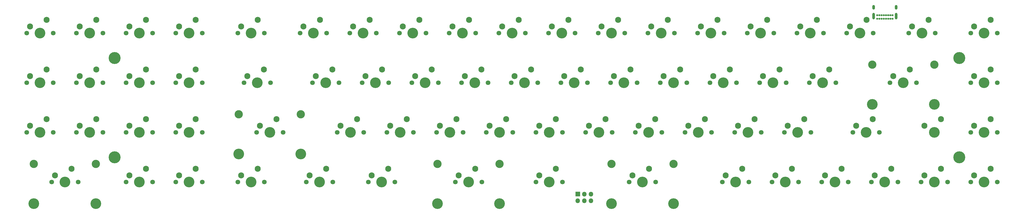
<source format=gbr>
G04 #@! TF.GenerationSoftware,KiCad,Pcbnew,(5.1.12)-1*
G04 #@! TF.CreationDate,2021-12-22T13:58:05-08:00*
G04 #@! TF.ProjectId,logboi,6c6f6762-6f69-42e6-9b69-6361645f7063,rev?*
G04 #@! TF.SameCoordinates,Original*
G04 #@! TF.FileFunction,Soldermask,Top*
G04 #@! TF.FilePolarity,Negative*
%FSLAX46Y46*%
G04 Gerber Fmt 4.6, Leading zero omitted, Abs format (unit mm)*
G04 Created by KiCad (PCBNEW (5.1.12)-1) date 2021-12-22 13:58:05*
%MOMM*%
%LPD*%
G01*
G04 APERTURE LIST*
%ADD10C,1.802000*%
%ADD11C,4.102000*%
%ADD12C,2.302000*%
%ADD13C,3.152000*%
%ADD14C,4.602000*%
%ADD15C,0.752000*%
%ADD16O,1.002000X2.502000*%
%ADD17O,1.002000X1.802000*%
%ADD18O,1.802000X1.802000*%
%ADD19C,0.100000*%
G04 APERTURE END LIST*
D10*
X111326250Y-86995000D03*
X101166250Y-86995000D03*
D11*
X106246250Y-86995000D03*
D12*
X102436250Y-84455000D03*
X108786250Y-81915000D03*
D13*
X125290000Y-60945000D03*
X101490000Y-60945000D03*
D11*
X101490000Y-76185000D03*
X125290000Y-76185000D03*
D10*
X118470000Y-67945000D03*
X108310000Y-67945000D03*
D11*
X113390000Y-67945000D03*
D12*
X109580000Y-65405000D03*
X115930000Y-62865000D03*
D10*
X113707500Y-48895000D03*
X103547500Y-48895000D03*
D11*
X108627500Y-48895000D03*
D12*
X104817500Y-46355000D03*
X111167500Y-43815000D03*
D10*
X111326250Y-29845000D03*
X101166250Y-29845000D03*
D11*
X106246250Y-29845000D03*
D12*
X102436250Y-27305000D03*
X108786250Y-24765000D03*
D11*
X368183750Y-67945000D03*
D12*
X364373750Y-65405000D03*
X370723750Y-62865000D03*
D10*
X347070000Y-67945000D03*
X336910000Y-67945000D03*
D11*
X341990000Y-67945000D03*
D12*
X338180000Y-65405000D03*
X344530000Y-62865000D03*
D13*
X368177500Y-41895000D03*
X344377500Y-41895000D03*
D11*
X344377500Y-57135000D03*
X368177500Y-57135000D03*
D10*
X361357500Y-48895000D03*
X351197500Y-48895000D03*
D11*
X356277500Y-48895000D03*
D12*
X352467500Y-46355000D03*
X358817500Y-43815000D03*
D13*
X268165000Y-79995000D03*
X244365000Y-79995000D03*
D11*
X244365000Y-95235000D03*
X268165000Y-95235000D03*
D10*
X261345000Y-86995000D03*
X251185000Y-86995000D03*
D11*
X256265000Y-86995000D03*
D12*
X252455000Y-84455000D03*
X258805000Y-81915000D03*
D10*
X368501250Y-29845000D03*
X358341250Y-29845000D03*
D11*
X363421250Y-29845000D03*
D12*
X359611250Y-27305000D03*
X365961250Y-24765000D03*
D14*
X377708750Y-77470000D03*
X53858750Y-39370000D03*
X53858750Y-77470000D03*
X377708750Y-39370000D03*
D10*
X292301250Y-48895000D03*
X282141250Y-48895000D03*
D11*
X287221250Y-48895000D03*
D12*
X283411250Y-46355000D03*
X289761250Y-43815000D03*
D15*
X347909550Y-24286400D03*
X346209550Y-24286400D03*
X347059550Y-24286400D03*
X348759550Y-24286400D03*
X349609550Y-24286400D03*
X350459550Y-24286400D03*
X351309550Y-24286400D03*
X352159550Y-24286400D03*
X346209550Y-22961400D03*
X347064550Y-22961400D03*
X347914550Y-22961400D03*
X348764550Y-22961400D03*
X349614550Y-22961400D03*
X350464550Y-22961400D03*
X351314550Y-22961400D03*
X352164550Y-22961400D03*
D16*
X344859550Y-23306400D03*
X353509550Y-23306400D03*
D17*
X344859550Y-19926400D03*
X353509550Y-19926400D03*
D10*
X137520000Y-86995000D03*
X127360000Y-86995000D03*
D11*
X132440000Y-86995000D03*
D12*
X128630000Y-84455000D03*
X134980000Y-81915000D03*
D10*
X230388750Y-29845000D03*
X220228750Y-29845000D03*
D11*
X225308750Y-29845000D03*
D12*
X221498750Y-27305000D03*
X227848750Y-24765000D03*
D10*
X225626250Y-86995000D03*
X215466250Y-86995000D03*
D11*
X220546250Y-86995000D03*
D12*
X216736250Y-84455000D03*
X223086250Y-81915000D03*
D13*
X201490000Y-79995000D03*
X177690000Y-79995000D03*
D11*
X177690000Y-95235000D03*
X201490000Y-95235000D03*
D10*
X194670000Y-86995000D03*
X184510000Y-86995000D03*
D11*
X189590000Y-86995000D03*
D12*
X185780000Y-84455000D03*
X192130000Y-81915000D03*
D10*
X392313750Y-86995000D03*
X382153750Y-86995000D03*
D11*
X387233750Y-86995000D03*
D12*
X383423750Y-84455000D03*
X389773750Y-81915000D03*
D10*
X392313750Y-67945000D03*
X382153750Y-67945000D03*
D11*
X387233750Y-67945000D03*
D12*
X383423750Y-65405000D03*
X389773750Y-62865000D03*
D10*
X392313750Y-48895000D03*
X382153750Y-48895000D03*
D11*
X387233750Y-48895000D03*
D12*
X383423750Y-46355000D03*
X389773750Y-43815000D03*
D10*
X392313750Y-29845000D03*
X382153750Y-29845000D03*
D11*
X387233750Y-29845000D03*
D12*
X383423750Y-27305000D03*
X389773750Y-24765000D03*
D10*
X30363750Y-29845000D03*
X20203750Y-29845000D03*
D11*
X25283750Y-29845000D03*
D12*
X21473750Y-27305000D03*
X27823750Y-24765000D03*
D10*
X49413750Y-29845000D03*
X39253750Y-29845000D03*
D11*
X44333750Y-29845000D03*
D12*
X40523750Y-27305000D03*
X46873750Y-24765000D03*
D10*
X68463750Y-29845000D03*
X58303750Y-29845000D03*
D11*
X63383750Y-29845000D03*
D12*
X59573750Y-27305000D03*
X65923750Y-24765000D03*
D10*
X87513750Y-29845000D03*
X77353750Y-29845000D03*
D11*
X82433750Y-29845000D03*
D12*
X78623750Y-27305000D03*
X84973750Y-24765000D03*
D10*
X135138750Y-29845000D03*
X124978750Y-29845000D03*
D11*
X130058750Y-29845000D03*
D12*
X126248750Y-27305000D03*
X132598750Y-24765000D03*
D10*
X154188750Y-29845000D03*
X144028750Y-29845000D03*
D11*
X149108750Y-29845000D03*
D12*
X145298750Y-27305000D03*
X151648750Y-24765000D03*
D10*
X173238750Y-29845000D03*
X163078750Y-29845000D03*
D11*
X168158750Y-29845000D03*
D12*
X164348750Y-27305000D03*
X170698750Y-24765000D03*
D10*
X192288750Y-29845000D03*
X182128750Y-29845000D03*
D11*
X187208750Y-29845000D03*
D12*
X183398750Y-27305000D03*
X189748750Y-24765000D03*
D10*
X211338750Y-29845000D03*
X201178750Y-29845000D03*
D11*
X206258750Y-29845000D03*
D12*
X202448750Y-27305000D03*
X208798750Y-24765000D03*
D10*
X249438750Y-29845000D03*
X239278750Y-29845000D03*
D11*
X244358750Y-29845000D03*
D12*
X240548750Y-27305000D03*
X246898750Y-24765000D03*
D10*
X268488750Y-29845000D03*
X258328750Y-29845000D03*
D11*
X263408750Y-29845000D03*
D12*
X259598750Y-27305000D03*
X265948750Y-24765000D03*
D10*
X287538750Y-29845000D03*
X277378750Y-29845000D03*
D11*
X282458750Y-29845000D03*
D12*
X278648750Y-27305000D03*
X284998750Y-24765000D03*
D10*
X306588750Y-29845000D03*
X296428750Y-29845000D03*
D11*
X301508750Y-29845000D03*
D12*
X297698750Y-27305000D03*
X304048750Y-24765000D03*
D10*
X325638750Y-29845000D03*
X315478750Y-29845000D03*
D11*
X320558750Y-29845000D03*
D12*
X316748750Y-27305000D03*
X323098750Y-24765000D03*
D10*
X344688750Y-29845000D03*
X334528750Y-29845000D03*
D11*
X339608750Y-29845000D03*
D12*
X335798750Y-27305000D03*
X342148750Y-24765000D03*
D10*
X30363750Y-48895000D03*
X20203750Y-48895000D03*
D11*
X25283750Y-48895000D03*
D12*
X21473750Y-46355000D03*
X27823750Y-43815000D03*
D10*
X49413750Y-48895000D03*
X39253750Y-48895000D03*
D11*
X44333750Y-48895000D03*
D12*
X40523750Y-46355000D03*
X46873750Y-43815000D03*
D10*
X68463750Y-48895000D03*
X58303750Y-48895000D03*
D11*
X63383750Y-48895000D03*
D12*
X59573750Y-46355000D03*
X65923750Y-43815000D03*
D10*
X87513750Y-48895000D03*
X77353750Y-48895000D03*
D11*
X82433750Y-48895000D03*
D12*
X78623750Y-46355000D03*
X84973750Y-43815000D03*
D10*
X139901250Y-48895000D03*
X129741250Y-48895000D03*
D11*
X134821250Y-48895000D03*
D12*
X131011250Y-46355000D03*
X137361250Y-43815000D03*
D10*
X158951250Y-48895000D03*
X148791250Y-48895000D03*
D11*
X153871250Y-48895000D03*
D12*
X150061250Y-46355000D03*
X156411250Y-43815000D03*
D10*
X178001250Y-48895000D03*
X167841250Y-48895000D03*
D11*
X172921250Y-48895000D03*
D12*
X169111250Y-46355000D03*
X175461250Y-43815000D03*
D10*
X197051250Y-48895000D03*
X186891250Y-48895000D03*
D11*
X191971250Y-48895000D03*
D12*
X188161250Y-46355000D03*
X194511250Y-43815000D03*
D10*
X216101250Y-48895000D03*
X205941250Y-48895000D03*
D11*
X211021250Y-48895000D03*
D12*
X207211250Y-46355000D03*
X213561250Y-43815000D03*
D10*
X235151250Y-48895000D03*
X224991250Y-48895000D03*
D11*
X230071250Y-48895000D03*
D12*
X226261250Y-46355000D03*
X232611250Y-43815000D03*
D10*
X254201250Y-48895000D03*
X244041250Y-48895000D03*
D11*
X249121250Y-48895000D03*
D12*
X245311250Y-46355000D03*
X251661250Y-43815000D03*
D10*
X273251250Y-48895000D03*
X263091250Y-48895000D03*
D11*
X268171250Y-48895000D03*
D12*
X264361250Y-46355000D03*
X270711250Y-43815000D03*
D10*
X311351250Y-48895000D03*
X301191250Y-48895000D03*
D11*
X306271250Y-48895000D03*
D12*
X302461250Y-46355000D03*
X308811250Y-43815000D03*
D10*
X330401250Y-48895000D03*
X320241250Y-48895000D03*
D11*
X325321250Y-48895000D03*
D12*
X321511250Y-46355000D03*
X327861250Y-43815000D03*
D10*
X30363750Y-67945000D03*
X20203750Y-67945000D03*
D11*
X25283750Y-67945000D03*
D12*
X21473750Y-65405000D03*
X27823750Y-62865000D03*
D10*
X49413750Y-67945000D03*
X39253750Y-67945000D03*
D11*
X44333750Y-67945000D03*
D12*
X40523750Y-65405000D03*
X46873750Y-62865000D03*
D10*
X68463750Y-67945000D03*
X58303750Y-67945000D03*
D11*
X63383750Y-67945000D03*
D12*
X59573750Y-65405000D03*
X65923750Y-62865000D03*
D10*
X87513750Y-67945000D03*
X77353750Y-67945000D03*
D11*
X82433750Y-67945000D03*
D12*
X78623750Y-65405000D03*
X84973750Y-62865000D03*
D10*
X149426250Y-67945000D03*
X139266250Y-67945000D03*
D11*
X144346250Y-67945000D03*
D12*
X140536250Y-65405000D03*
X146886250Y-62865000D03*
D10*
X168476250Y-67945000D03*
X158316250Y-67945000D03*
D11*
X163396250Y-67945000D03*
D12*
X159586250Y-65405000D03*
X165936250Y-62865000D03*
D10*
X187526250Y-67945000D03*
X177366250Y-67945000D03*
D11*
X182446250Y-67945000D03*
D12*
X178636250Y-65405000D03*
X184986250Y-62865000D03*
D10*
X206576250Y-67945000D03*
X196416250Y-67945000D03*
D11*
X201496250Y-67945000D03*
D12*
X197686250Y-65405000D03*
X204036250Y-62865000D03*
D10*
X225626250Y-67945000D03*
X215466250Y-67945000D03*
D11*
X220546250Y-67945000D03*
D12*
X216736250Y-65405000D03*
X223086250Y-62865000D03*
D10*
X244676250Y-67945000D03*
X234516250Y-67945000D03*
D11*
X239596250Y-67945000D03*
D12*
X235786250Y-65405000D03*
X242136250Y-62865000D03*
D10*
X263726250Y-67945000D03*
X253566250Y-67945000D03*
D11*
X258646250Y-67945000D03*
D12*
X254836250Y-65405000D03*
X261186250Y-62865000D03*
D10*
X282776250Y-67945000D03*
X272616250Y-67945000D03*
D11*
X277696250Y-67945000D03*
D12*
X273886250Y-65405000D03*
X280236250Y-62865000D03*
D10*
X301826250Y-67945000D03*
X291666250Y-67945000D03*
D11*
X296746250Y-67945000D03*
D12*
X292936250Y-65405000D03*
X299286250Y-62865000D03*
D10*
X320876250Y-67945000D03*
X310716250Y-67945000D03*
D11*
X315796250Y-67945000D03*
D12*
X311986250Y-65405000D03*
X318336250Y-62865000D03*
D13*
X46708750Y-79995000D03*
X22908750Y-79995000D03*
D11*
X22908750Y-95235000D03*
X46708750Y-95235000D03*
D10*
X39888750Y-86995000D03*
X29728750Y-86995000D03*
D11*
X34808750Y-86995000D03*
D12*
X30998750Y-84455000D03*
X37348750Y-81915000D03*
D10*
X68463750Y-86995000D03*
X58303750Y-86995000D03*
D11*
X63383750Y-86995000D03*
D12*
X59573750Y-84455000D03*
X65923750Y-81915000D03*
D10*
X87513750Y-86995000D03*
X77353750Y-86995000D03*
D11*
X82433750Y-86995000D03*
D12*
X78623750Y-84455000D03*
X84973750Y-81915000D03*
D10*
X161332500Y-86995000D03*
X151172500Y-86995000D03*
D11*
X156252500Y-86995000D03*
D12*
X152442500Y-84455000D03*
X158792500Y-81915000D03*
D10*
X297063750Y-86995000D03*
X286903750Y-86995000D03*
D11*
X291983750Y-86995000D03*
D12*
X288173750Y-84455000D03*
X294523750Y-81915000D03*
D10*
X316113750Y-86995000D03*
X305953750Y-86995000D03*
D11*
X311033750Y-86995000D03*
D12*
X307223750Y-84455000D03*
X313573750Y-81915000D03*
D10*
X335163750Y-86995000D03*
X325003750Y-86995000D03*
D11*
X330083750Y-86995000D03*
D12*
X326273750Y-84455000D03*
X332623750Y-81915000D03*
D10*
X354213750Y-86995000D03*
X344053750Y-86995000D03*
D11*
X349133750Y-86995000D03*
D12*
X345323750Y-84455000D03*
X351673750Y-81915000D03*
D10*
X373263750Y-86995000D03*
X363103750Y-86995000D03*
D11*
X368183750Y-86995000D03*
D12*
X364373750Y-84455000D03*
X370723750Y-81915000D03*
D18*
X236541900Y-94132400D03*
X236541900Y-91592400D03*
X234001900Y-94132400D03*
X234001900Y-91592400D03*
X231461900Y-94132400D03*
G36*
G01*
X230611900Y-90691400D02*
X232311900Y-90691400D01*
G75*
G02*
X232362900Y-90742400I0J-51000D01*
G01*
X232362900Y-92442400D01*
G75*
G02*
X232311900Y-92493400I-51000J0D01*
G01*
X230611900Y-92493400D01*
G75*
G02*
X230560900Y-92442400I0J51000D01*
G01*
X230560900Y-90742400D01*
G75*
G02*
X230611900Y-90691400I51000J0D01*
G01*
G37*
D19*
G36*
X347386060Y-24097951D02*
G01*
X347397584Y-24111993D01*
X347416221Y-24127288D01*
X347437484Y-24138653D01*
X347460559Y-24145653D01*
X347484550Y-24148016D01*
X347508542Y-24145653D01*
X347531616Y-24138653D01*
X347552880Y-24127288D01*
X347571517Y-24111992D01*
X347583040Y-24097951D01*
X347584912Y-24097247D01*
X347586458Y-24098516D01*
X347586249Y-24100331D01*
X347579721Y-24110102D01*
X347551664Y-24177835D01*
X347537361Y-24249745D01*
X347537361Y-24323055D01*
X347551664Y-24394965D01*
X347579721Y-24462698D01*
X347586249Y-24472469D01*
X347586380Y-24474465D01*
X347584717Y-24475576D01*
X347583040Y-24474849D01*
X347571516Y-24460807D01*
X347552879Y-24445512D01*
X347531616Y-24434147D01*
X347508541Y-24427147D01*
X347484550Y-24424784D01*
X347460558Y-24427147D01*
X347437484Y-24434147D01*
X347416220Y-24445512D01*
X347397583Y-24460808D01*
X347386060Y-24474849D01*
X347384188Y-24475553D01*
X347382642Y-24474284D01*
X347382851Y-24472469D01*
X347389379Y-24462698D01*
X347417436Y-24394965D01*
X347431739Y-24323055D01*
X347431739Y-24249745D01*
X347417436Y-24177835D01*
X347389379Y-24110102D01*
X347382851Y-24100331D01*
X347382720Y-24098335D01*
X347384383Y-24097224D01*
X347386060Y-24097951D01*
G37*
G36*
X348236060Y-24097951D02*
G01*
X348247584Y-24111993D01*
X348266221Y-24127288D01*
X348287484Y-24138653D01*
X348310559Y-24145653D01*
X348334550Y-24148016D01*
X348358542Y-24145653D01*
X348381616Y-24138653D01*
X348402880Y-24127288D01*
X348421517Y-24111992D01*
X348433040Y-24097951D01*
X348434912Y-24097247D01*
X348436458Y-24098516D01*
X348436249Y-24100331D01*
X348429721Y-24110102D01*
X348401664Y-24177835D01*
X348387361Y-24249745D01*
X348387361Y-24323055D01*
X348401664Y-24394965D01*
X348429721Y-24462698D01*
X348436249Y-24472469D01*
X348436380Y-24474465D01*
X348434717Y-24475576D01*
X348433040Y-24474849D01*
X348421516Y-24460807D01*
X348402879Y-24445512D01*
X348381616Y-24434147D01*
X348358541Y-24427147D01*
X348334550Y-24424784D01*
X348310558Y-24427147D01*
X348287484Y-24434147D01*
X348266220Y-24445512D01*
X348247583Y-24460808D01*
X348236060Y-24474849D01*
X348234188Y-24475553D01*
X348232642Y-24474284D01*
X348232851Y-24472469D01*
X348239379Y-24462698D01*
X348267436Y-24394965D01*
X348281739Y-24323055D01*
X348281739Y-24249745D01*
X348267436Y-24177835D01*
X348239379Y-24110102D01*
X348232851Y-24100331D01*
X348232720Y-24098335D01*
X348234383Y-24097224D01*
X348236060Y-24097951D01*
G37*
G36*
X351636060Y-24097951D02*
G01*
X351647584Y-24111993D01*
X351666221Y-24127288D01*
X351687484Y-24138653D01*
X351710559Y-24145653D01*
X351734550Y-24148016D01*
X351758542Y-24145653D01*
X351781616Y-24138653D01*
X351802880Y-24127288D01*
X351821517Y-24111992D01*
X351833040Y-24097951D01*
X351834912Y-24097247D01*
X351836458Y-24098516D01*
X351836249Y-24100331D01*
X351829721Y-24110102D01*
X351801664Y-24177835D01*
X351787361Y-24249745D01*
X351787361Y-24323055D01*
X351801664Y-24394965D01*
X351829721Y-24462698D01*
X351836249Y-24472469D01*
X351836380Y-24474465D01*
X351834717Y-24475576D01*
X351833040Y-24474849D01*
X351821516Y-24460807D01*
X351802879Y-24445512D01*
X351781616Y-24434147D01*
X351758541Y-24427147D01*
X351734550Y-24424784D01*
X351710558Y-24427147D01*
X351687484Y-24434147D01*
X351666220Y-24445512D01*
X351647583Y-24460808D01*
X351636060Y-24474849D01*
X351634188Y-24475553D01*
X351632642Y-24474284D01*
X351632851Y-24472469D01*
X351639379Y-24462698D01*
X351667436Y-24394965D01*
X351681739Y-24323055D01*
X351681739Y-24249745D01*
X351667436Y-24177835D01*
X351639379Y-24110102D01*
X351632851Y-24100331D01*
X351632720Y-24098335D01*
X351634383Y-24097224D01*
X351636060Y-24097951D01*
G37*
G36*
X350786060Y-24097951D02*
G01*
X350797584Y-24111993D01*
X350816221Y-24127288D01*
X350837484Y-24138653D01*
X350860559Y-24145653D01*
X350884550Y-24148016D01*
X350908542Y-24145653D01*
X350931616Y-24138653D01*
X350952880Y-24127288D01*
X350971517Y-24111992D01*
X350983040Y-24097951D01*
X350984912Y-24097247D01*
X350986458Y-24098516D01*
X350986249Y-24100331D01*
X350979721Y-24110102D01*
X350951664Y-24177835D01*
X350937361Y-24249745D01*
X350937361Y-24323055D01*
X350951664Y-24394965D01*
X350979721Y-24462698D01*
X350986249Y-24472469D01*
X350986380Y-24474465D01*
X350984717Y-24475576D01*
X350983040Y-24474849D01*
X350971516Y-24460807D01*
X350952879Y-24445512D01*
X350931616Y-24434147D01*
X350908541Y-24427147D01*
X350884550Y-24424784D01*
X350860558Y-24427147D01*
X350837484Y-24434147D01*
X350816220Y-24445512D01*
X350797583Y-24460808D01*
X350786060Y-24474849D01*
X350784188Y-24475553D01*
X350782642Y-24474284D01*
X350782851Y-24472469D01*
X350789379Y-24462698D01*
X350817436Y-24394965D01*
X350831739Y-24323055D01*
X350831739Y-24249745D01*
X350817436Y-24177835D01*
X350789379Y-24110102D01*
X350782851Y-24100331D01*
X350782720Y-24098335D01*
X350784383Y-24097224D01*
X350786060Y-24097951D01*
G37*
G36*
X349936060Y-24097951D02*
G01*
X349947584Y-24111993D01*
X349966221Y-24127288D01*
X349987484Y-24138653D01*
X350010559Y-24145653D01*
X350034550Y-24148016D01*
X350058542Y-24145653D01*
X350081616Y-24138653D01*
X350102880Y-24127288D01*
X350121517Y-24111992D01*
X350133040Y-24097951D01*
X350134912Y-24097247D01*
X350136458Y-24098516D01*
X350136249Y-24100331D01*
X350129721Y-24110102D01*
X350101664Y-24177835D01*
X350087361Y-24249745D01*
X350087361Y-24323055D01*
X350101664Y-24394965D01*
X350129721Y-24462698D01*
X350136249Y-24472469D01*
X350136380Y-24474465D01*
X350134717Y-24475576D01*
X350133040Y-24474849D01*
X350121516Y-24460807D01*
X350102879Y-24445512D01*
X350081616Y-24434147D01*
X350058541Y-24427147D01*
X350034550Y-24424784D01*
X350010558Y-24427147D01*
X349987484Y-24434147D01*
X349966220Y-24445512D01*
X349947583Y-24460808D01*
X349936060Y-24474849D01*
X349934188Y-24475553D01*
X349932642Y-24474284D01*
X349932851Y-24472469D01*
X349939379Y-24462698D01*
X349967436Y-24394965D01*
X349981739Y-24323055D01*
X349981739Y-24249745D01*
X349967436Y-24177835D01*
X349939379Y-24110102D01*
X349932851Y-24100331D01*
X349932720Y-24098335D01*
X349934383Y-24097224D01*
X349936060Y-24097951D01*
G37*
G36*
X349086060Y-24097951D02*
G01*
X349097584Y-24111993D01*
X349116221Y-24127288D01*
X349137484Y-24138653D01*
X349160559Y-24145653D01*
X349184550Y-24148016D01*
X349208542Y-24145653D01*
X349231616Y-24138653D01*
X349252880Y-24127288D01*
X349271517Y-24111992D01*
X349283040Y-24097951D01*
X349284912Y-24097247D01*
X349286458Y-24098516D01*
X349286249Y-24100331D01*
X349279721Y-24110102D01*
X349251664Y-24177835D01*
X349237361Y-24249745D01*
X349237361Y-24323055D01*
X349251664Y-24394965D01*
X349279721Y-24462698D01*
X349286249Y-24472469D01*
X349286380Y-24474465D01*
X349284717Y-24475576D01*
X349283040Y-24474849D01*
X349271516Y-24460807D01*
X349252879Y-24445512D01*
X349231616Y-24434147D01*
X349208541Y-24427147D01*
X349184550Y-24424784D01*
X349160558Y-24427147D01*
X349137484Y-24434147D01*
X349116220Y-24445512D01*
X349097583Y-24460808D01*
X349086060Y-24474849D01*
X349084188Y-24475553D01*
X349082642Y-24474284D01*
X349082851Y-24472469D01*
X349089379Y-24462698D01*
X349117436Y-24394965D01*
X349131739Y-24323055D01*
X349131739Y-24249745D01*
X349117436Y-24177835D01*
X349089379Y-24110102D01*
X349082851Y-24100331D01*
X349082720Y-24098335D01*
X349084383Y-24097224D01*
X349086060Y-24097951D01*
G37*
G36*
X346536060Y-24097951D02*
G01*
X346547584Y-24111993D01*
X346566221Y-24127288D01*
X346587484Y-24138653D01*
X346610559Y-24145653D01*
X346634550Y-24148016D01*
X346658542Y-24145653D01*
X346681616Y-24138653D01*
X346702880Y-24127288D01*
X346721517Y-24111992D01*
X346733040Y-24097951D01*
X346734912Y-24097247D01*
X346736458Y-24098516D01*
X346736249Y-24100331D01*
X346729721Y-24110102D01*
X346701664Y-24177835D01*
X346687361Y-24249745D01*
X346687361Y-24323055D01*
X346701664Y-24394965D01*
X346729721Y-24462698D01*
X346736249Y-24472469D01*
X346736380Y-24474465D01*
X346734717Y-24475576D01*
X346733040Y-24474849D01*
X346721516Y-24460807D01*
X346702879Y-24445512D01*
X346681616Y-24434147D01*
X346658541Y-24427147D01*
X346634550Y-24424784D01*
X346610558Y-24427147D01*
X346587484Y-24434147D01*
X346566220Y-24445512D01*
X346547583Y-24460808D01*
X346536060Y-24474849D01*
X346534188Y-24475553D01*
X346532642Y-24474284D01*
X346532851Y-24472469D01*
X346539379Y-24462698D01*
X346567436Y-24394965D01*
X346581739Y-24323055D01*
X346581739Y-24249745D01*
X346567436Y-24177835D01*
X346539379Y-24110102D01*
X346532851Y-24100331D01*
X346532720Y-24098335D01*
X346534383Y-24097224D01*
X346536060Y-24097951D01*
G37*
G36*
X351641060Y-22772951D02*
G01*
X351652584Y-22786993D01*
X351671221Y-22802288D01*
X351692484Y-22813653D01*
X351715559Y-22820653D01*
X351739550Y-22823016D01*
X351763542Y-22820653D01*
X351786616Y-22813653D01*
X351807880Y-22802288D01*
X351826517Y-22786992D01*
X351838040Y-22772951D01*
X351839912Y-22772247D01*
X351841458Y-22773516D01*
X351841249Y-22775331D01*
X351834721Y-22785102D01*
X351806664Y-22852835D01*
X351792361Y-22924745D01*
X351792361Y-22998055D01*
X351806664Y-23069965D01*
X351834721Y-23137698D01*
X351841249Y-23147469D01*
X351841380Y-23149465D01*
X351839717Y-23150576D01*
X351838040Y-23149849D01*
X351826516Y-23135807D01*
X351807879Y-23120512D01*
X351786616Y-23109147D01*
X351763541Y-23102147D01*
X351739550Y-23099784D01*
X351715558Y-23102147D01*
X351692484Y-23109147D01*
X351671220Y-23120512D01*
X351652583Y-23135808D01*
X351641060Y-23149849D01*
X351639188Y-23150553D01*
X351637642Y-23149284D01*
X351637851Y-23147469D01*
X351644379Y-23137698D01*
X351672436Y-23069965D01*
X351686739Y-22998055D01*
X351686739Y-22924745D01*
X351672436Y-22852835D01*
X351644379Y-22785102D01*
X351637851Y-22775331D01*
X351637720Y-22773335D01*
X351639383Y-22772224D01*
X351641060Y-22772951D01*
G37*
G36*
X347391060Y-22772951D02*
G01*
X347402584Y-22786993D01*
X347421221Y-22802288D01*
X347442484Y-22813653D01*
X347465559Y-22820653D01*
X347489550Y-22823016D01*
X347513542Y-22820653D01*
X347536616Y-22813653D01*
X347557880Y-22802288D01*
X347576517Y-22786992D01*
X347588040Y-22772951D01*
X347589912Y-22772247D01*
X347591458Y-22773516D01*
X347591249Y-22775331D01*
X347584721Y-22785102D01*
X347556664Y-22852835D01*
X347542361Y-22924745D01*
X347542361Y-22998055D01*
X347556664Y-23069965D01*
X347584721Y-23137698D01*
X347591249Y-23147469D01*
X347591380Y-23149465D01*
X347589717Y-23150576D01*
X347588040Y-23149849D01*
X347576516Y-23135807D01*
X347557879Y-23120512D01*
X347536616Y-23109147D01*
X347513541Y-23102147D01*
X347489550Y-23099784D01*
X347465558Y-23102147D01*
X347442484Y-23109147D01*
X347421220Y-23120512D01*
X347402583Y-23135808D01*
X347391060Y-23149849D01*
X347389188Y-23150553D01*
X347387642Y-23149284D01*
X347387851Y-23147469D01*
X347394379Y-23137698D01*
X347422436Y-23069965D01*
X347436739Y-22998055D01*
X347436739Y-22924745D01*
X347422436Y-22852835D01*
X347394379Y-22785102D01*
X347387851Y-22775331D01*
X347387720Y-22773335D01*
X347389383Y-22772224D01*
X347391060Y-22772951D01*
G37*
G36*
X349091060Y-22772951D02*
G01*
X349102584Y-22786993D01*
X349121221Y-22802288D01*
X349142484Y-22813653D01*
X349165559Y-22820653D01*
X349189550Y-22823016D01*
X349213542Y-22820653D01*
X349236616Y-22813653D01*
X349257880Y-22802288D01*
X349276517Y-22786992D01*
X349288040Y-22772951D01*
X349289912Y-22772247D01*
X349291458Y-22773516D01*
X349291249Y-22775331D01*
X349284721Y-22785102D01*
X349256664Y-22852835D01*
X349242361Y-22924745D01*
X349242361Y-22998055D01*
X349256664Y-23069965D01*
X349284721Y-23137698D01*
X349291249Y-23147469D01*
X349291380Y-23149465D01*
X349289717Y-23150576D01*
X349288040Y-23149849D01*
X349276516Y-23135807D01*
X349257879Y-23120512D01*
X349236616Y-23109147D01*
X349213541Y-23102147D01*
X349189550Y-23099784D01*
X349165558Y-23102147D01*
X349142484Y-23109147D01*
X349121220Y-23120512D01*
X349102583Y-23135808D01*
X349091060Y-23149849D01*
X349089188Y-23150553D01*
X349087642Y-23149284D01*
X349087851Y-23147469D01*
X349094379Y-23137698D01*
X349122436Y-23069965D01*
X349136739Y-22998055D01*
X349136739Y-22924745D01*
X349122436Y-22852835D01*
X349094379Y-22785102D01*
X349087851Y-22775331D01*
X349087720Y-22773335D01*
X349089383Y-22772224D01*
X349091060Y-22772951D01*
G37*
G36*
X348241060Y-22772951D02*
G01*
X348252584Y-22786993D01*
X348271221Y-22802288D01*
X348292484Y-22813653D01*
X348315559Y-22820653D01*
X348339550Y-22823016D01*
X348363542Y-22820653D01*
X348386616Y-22813653D01*
X348407880Y-22802288D01*
X348426517Y-22786992D01*
X348438040Y-22772951D01*
X348439912Y-22772247D01*
X348441458Y-22773516D01*
X348441249Y-22775331D01*
X348434721Y-22785102D01*
X348406664Y-22852835D01*
X348392361Y-22924745D01*
X348392361Y-22998055D01*
X348406664Y-23069965D01*
X348434721Y-23137698D01*
X348441249Y-23147469D01*
X348441380Y-23149465D01*
X348439717Y-23150576D01*
X348438040Y-23149849D01*
X348426516Y-23135807D01*
X348407879Y-23120512D01*
X348386616Y-23109147D01*
X348363541Y-23102147D01*
X348339550Y-23099784D01*
X348315558Y-23102147D01*
X348292484Y-23109147D01*
X348271220Y-23120512D01*
X348252583Y-23135808D01*
X348241060Y-23149849D01*
X348239188Y-23150553D01*
X348237642Y-23149284D01*
X348237851Y-23147469D01*
X348244379Y-23137698D01*
X348272436Y-23069965D01*
X348286739Y-22998055D01*
X348286739Y-22924745D01*
X348272436Y-22852835D01*
X348244379Y-22785102D01*
X348237851Y-22775331D01*
X348237720Y-22773335D01*
X348239383Y-22772224D01*
X348241060Y-22772951D01*
G37*
G36*
X350791060Y-22772951D02*
G01*
X350802584Y-22786993D01*
X350821221Y-22802288D01*
X350842484Y-22813653D01*
X350865559Y-22820653D01*
X350889550Y-22823016D01*
X350913542Y-22820653D01*
X350936616Y-22813653D01*
X350957880Y-22802288D01*
X350976517Y-22786992D01*
X350988040Y-22772951D01*
X350989912Y-22772247D01*
X350991458Y-22773516D01*
X350991249Y-22775331D01*
X350984721Y-22785102D01*
X350956664Y-22852835D01*
X350942361Y-22924745D01*
X350942361Y-22998055D01*
X350956664Y-23069965D01*
X350984721Y-23137698D01*
X350991249Y-23147469D01*
X350991380Y-23149465D01*
X350989717Y-23150576D01*
X350988040Y-23149849D01*
X350976516Y-23135807D01*
X350957879Y-23120512D01*
X350936616Y-23109147D01*
X350913541Y-23102147D01*
X350889550Y-23099784D01*
X350865558Y-23102147D01*
X350842484Y-23109147D01*
X350821220Y-23120512D01*
X350802583Y-23135808D01*
X350791060Y-23149849D01*
X350789188Y-23150553D01*
X350787642Y-23149284D01*
X350787851Y-23147469D01*
X350794379Y-23137698D01*
X350822436Y-23069965D01*
X350836739Y-22998055D01*
X350836739Y-22924745D01*
X350822436Y-22852835D01*
X350794379Y-22785102D01*
X350787851Y-22775331D01*
X350787720Y-22773335D01*
X350789383Y-22772224D01*
X350791060Y-22772951D01*
G37*
G36*
X349941060Y-22772951D02*
G01*
X349952584Y-22786993D01*
X349971221Y-22802288D01*
X349992484Y-22813653D01*
X350015559Y-22820653D01*
X350039550Y-22823016D01*
X350063542Y-22820653D01*
X350086616Y-22813653D01*
X350107880Y-22802288D01*
X350126517Y-22786992D01*
X350138040Y-22772951D01*
X350139912Y-22772247D01*
X350141458Y-22773516D01*
X350141249Y-22775331D01*
X350134721Y-22785102D01*
X350106664Y-22852835D01*
X350092361Y-22924745D01*
X350092361Y-22998055D01*
X350106664Y-23069965D01*
X350134721Y-23137698D01*
X350141249Y-23147469D01*
X350141380Y-23149465D01*
X350139717Y-23150576D01*
X350138040Y-23149849D01*
X350126516Y-23135807D01*
X350107879Y-23120512D01*
X350086616Y-23109147D01*
X350063541Y-23102147D01*
X350039550Y-23099784D01*
X350015558Y-23102147D01*
X349992484Y-23109147D01*
X349971220Y-23120512D01*
X349952583Y-23135808D01*
X349941060Y-23149849D01*
X349939188Y-23150553D01*
X349937642Y-23149284D01*
X349937851Y-23147469D01*
X349944379Y-23137698D01*
X349972436Y-23069965D01*
X349986739Y-22998055D01*
X349986739Y-22924745D01*
X349972436Y-22852835D01*
X349944379Y-22785102D01*
X349937851Y-22775331D01*
X349937720Y-22773335D01*
X349939383Y-22772224D01*
X349941060Y-22772951D01*
G37*
G36*
X346538557Y-22776689D02*
G01*
X346550084Y-22790734D01*
X346568721Y-22806029D01*
X346589985Y-22817394D01*
X346613060Y-22824394D01*
X346637051Y-22826757D01*
X346661042Y-22824394D01*
X346684117Y-22817394D01*
X346705381Y-22806028D01*
X346724017Y-22790733D01*
X346735543Y-22776689D01*
X346737415Y-22775985D01*
X346738961Y-22777254D01*
X346738752Y-22779069D01*
X346734721Y-22785102D01*
X346706664Y-22852835D01*
X346692361Y-22924745D01*
X346692361Y-22998055D01*
X346706664Y-23069965D01*
X346734721Y-23137698D01*
X346738752Y-23143731D01*
X346738883Y-23145727D01*
X346737220Y-23146838D01*
X346735543Y-23146111D01*
X346724016Y-23132066D01*
X346705379Y-23116771D01*
X346684115Y-23105406D01*
X346661040Y-23098406D01*
X346637049Y-23096043D01*
X346613058Y-23098406D01*
X346589983Y-23105406D01*
X346568719Y-23116772D01*
X346550083Y-23132067D01*
X346538557Y-23146111D01*
X346536685Y-23146815D01*
X346535139Y-23145546D01*
X346535348Y-23143731D01*
X346539379Y-23137698D01*
X346567436Y-23069965D01*
X346581739Y-22998055D01*
X346581739Y-22924745D01*
X346567436Y-22852835D01*
X346539379Y-22785102D01*
X346535348Y-22779069D01*
X346535217Y-22777073D01*
X346536880Y-22775962D01*
X346538557Y-22776689D01*
G37*
M02*

</source>
